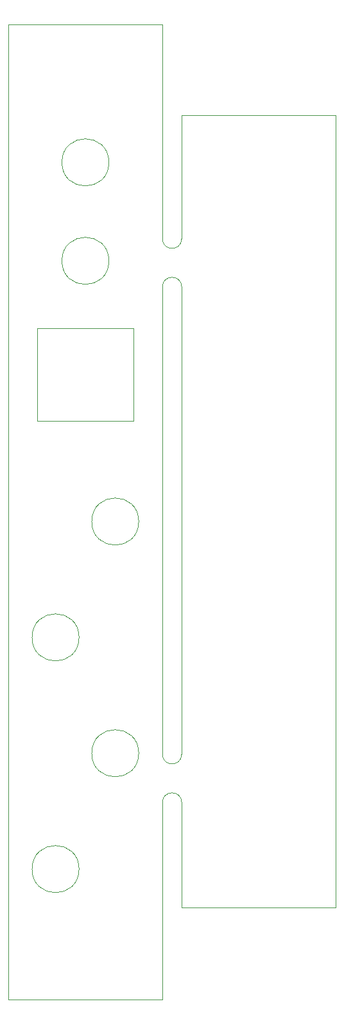
<source format=gbr>
%TF.GenerationSoftware,KiCad,Pcbnew,(5.1.6)-1*%
%TF.CreationDate,2021-03-13T16:13:42+00:00*%
%TF.ProjectId,expander,65787061-6e64-4657-922e-6b696361645f,rev?*%
%TF.SameCoordinates,Original*%
%TF.FileFunction,Profile,NP*%
%FSLAX46Y46*%
G04 Gerber Fmt 4.6, Leading zero omitted, Abs format (unit mm)*
G04 Created by KiCad (PCBNEW (5.1.6)-1) date 2021-03-13 16:13:42*
%MOMM*%
%LPD*%
G01*
G04 APERTURE LIST*
%TA.AperFunction,Profile*%
%ADD10C,0.050000*%
%TD*%
G04 APERTURE END LIST*
D10*
X42597000Y-121285000D02*
G75*
G03*
X42597000Y-121285000I-3100000J0D01*
G01*
X41910000Y-77597000D02*
X41910000Y-65405000D01*
X29210000Y-77597000D02*
X41910000Y-77597000D01*
X29210000Y-65405000D02*
X29210000Y-77597000D01*
X29210000Y-65405000D02*
X41910000Y-65405000D01*
X45720000Y-153670000D02*
X25400000Y-153670000D01*
X48260000Y-121412000D02*
X48260000Y-59944000D01*
X48260000Y-141605000D02*
X48260000Y-127762000D01*
X68580000Y-141605000D02*
X48260000Y-141605000D01*
X68580000Y-37338000D02*
X68580000Y-141605000D01*
X48260000Y-37338000D02*
X68580000Y-37338000D01*
X48260000Y-53594000D02*
X48260000Y-37338000D01*
X45720000Y-53594000D02*
X45720000Y-25400000D01*
X45720000Y-121412000D02*
X45720000Y-59944000D01*
X45720000Y-127762000D02*
X45720000Y-153670000D01*
X45720000Y-121412000D02*
G75*
G03*
X48260000Y-121412000I1270000J0D01*
G01*
X48260000Y-127762000D02*
G75*
G03*
X45720000Y-127762000I-1270000J0D01*
G01*
X45720000Y-53594000D02*
G75*
G03*
X48260000Y-53594000I1270000J0D01*
G01*
X48260000Y-59944000D02*
G75*
G03*
X45720000Y-59944000I-1270000J0D01*
G01*
X34723000Y-136525000D02*
G75*
G03*
X34723000Y-136525000I-3100000J0D01*
G01*
X34723000Y-106045000D02*
G75*
G03*
X34723000Y-106045000I-3100000J0D01*
G01*
X42597000Y-90805000D02*
G75*
G03*
X42597000Y-90805000I-3100000J0D01*
G01*
X38660000Y-56515000D02*
G75*
G03*
X38660000Y-56515000I-3100000J0D01*
G01*
X38660000Y-43561000D02*
G75*
G03*
X38660000Y-43561000I-3100000J0D01*
G01*
X25400000Y-25400000D02*
X25400000Y-153670000D01*
X45720000Y-25400000D02*
X25400000Y-25400000D01*
M02*

</source>
